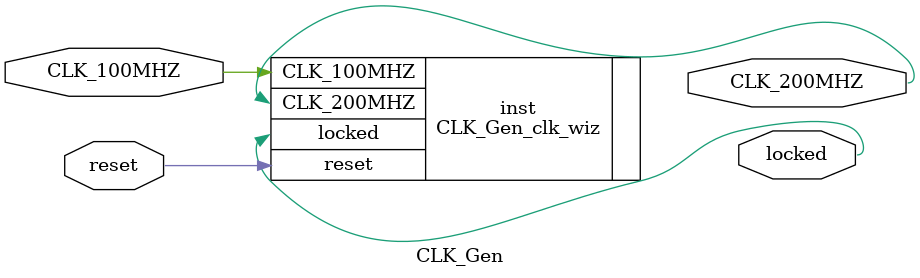
<source format=v>


`timescale 1ps/1ps

(* CORE_GENERATION_INFO = "CLK_Gen,clk_wiz_v6_0_3_0_0,{component_name=CLK_Gen,use_phase_alignment=true,use_min_o_jitter=false,use_max_i_jitter=false,use_dyn_phase_shift=false,use_inclk_switchover=false,use_dyn_reconfig=false,enable_axi=0,feedback_source=FDBK_AUTO,PRIMITIVE=PLL,num_out_clk=1,clkin1_period=10.000,clkin2_period=10.000,use_power_down=false,use_reset=true,use_locked=true,use_inclk_stopped=false,feedback_type=SINGLE,CLOCK_MGR_TYPE=NA,manual_override=false}" *)

module CLK_Gen 
 (
  // Clock out ports
  output        CLK_200MHZ,
  // Status and control signals
  input         reset,
  output        locked,
 // Clock in ports
  input         CLK_100MHZ
 );

  CLK_Gen_clk_wiz inst
  (
  // Clock out ports  
  .CLK_200MHZ(CLK_200MHZ),
  // Status and control signals               
  .reset(reset), 
  .locked(locked),
 // Clock in ports
  .CLK_100MHZ(CLK_100MHZ)
  );

endmodule

</source>
